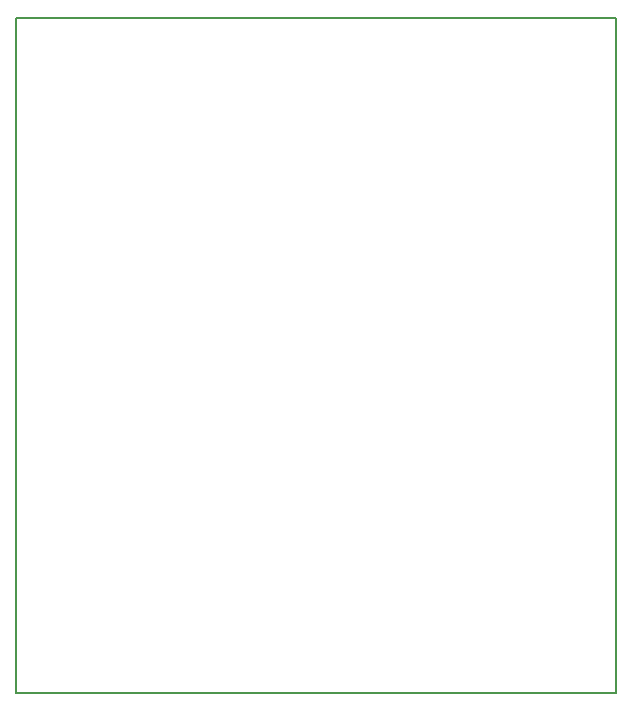
<source format=gbr>
%TF.GenerationSoftware,KiCad,Pcbnew,9.0.1*%
%TF.CreationDate,2025-06-01T13:31:13+09:00*%
%TF.ProjectId,DevTool,44657654-6f6f-46c2-9e6b-696361645f70,rev?*%
%TF.SameCoordinates,Original*%
%TF.FileFunction,Profile,NP*%
%FSLAX46Y46*%
G04 Gerber Fmt 4.6, Leading zero omitted, Abs format (unit mm)*
G04 Created by KiCad (PCBNEW 9.0.1) date 2025-06-01 13:31:13*
%MOMM*%
%LPD*%
G01*
G04 APERTURE LIST*
%TA.AperFunction,Profile*%
%ADD10C,0.200000*%
%TD*%
G04 APERTURE END LIST*
D10*
X106045000Y-56515000D02*
X156845000Y-56515000D01*
X156845000Y-113665000D01*
X106045000Y-113665000D01*
X106045000Y-56515000D01*
M02*

</source>
